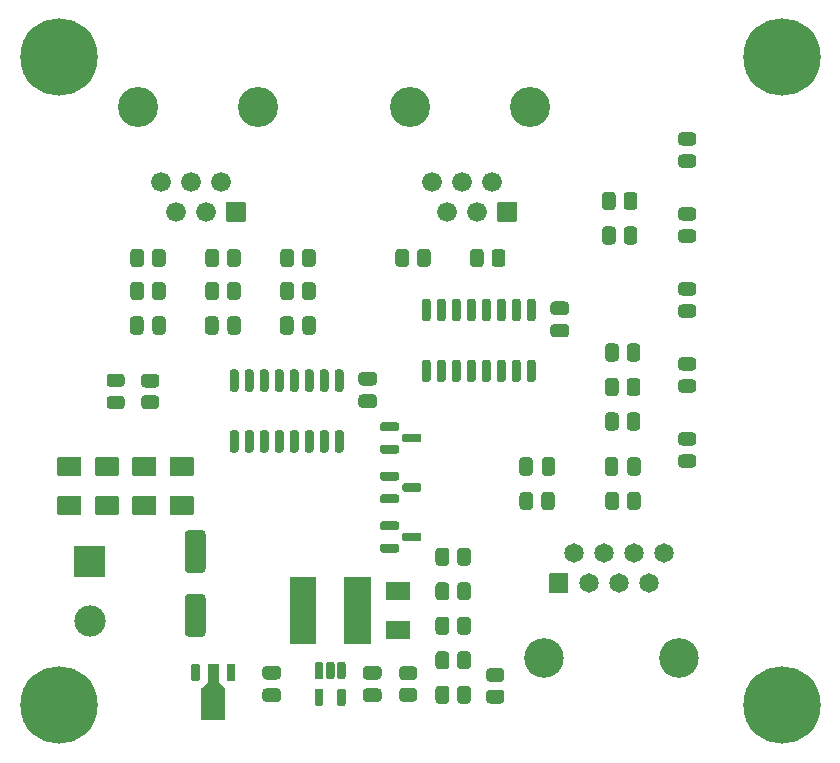
<source format=gts>
G04 #@! TF.GenerationSoftware,KiCad,Pcbnew,6.0.2+dfsg-1*
G04 #@! TF.CreationDate,2024-06-30T21:39:07-06:00*
G04 #@! TF.ProjectId,mss-atlasadapter,6d73732d-6174-46c6-9173-616461707465,rev?*
G04 #@! TF.SameCoordinates,Original*
G04 #@! TF.FileFunction,Soldermask,Top*
G04 #@! TF.FilePolarity,Negative*
%FSLAX46Y46*%
G04 Gerber Fmt 4.6, Leading zero omitted, Abs format (unit mm)*
G04 Created by KiCad (PCBNEW 6.0.2+dfsg-1) date 2024-06-30 21:39:07*
%MOMM*%
%LPD*%
G01*
G04 APERTURE LIST*
%ADD10C,2.652400*%
%ADD11C,6.552400*%
%ADD12C,3.402400*%
%ADD13C,1.672400*%
%ADD14C,3.352400*%
%ADD15C,1.652400*%
G04 APERTURE END LIST*
G36*
G01*
X55405000Y-159255800D02*
X56355000Y-159255800D01*
G75*
G02*
X56681200Y-159582000I0J-326200D01*
G01*
X56681200Y-160082000D01*
G75*
G02*
X56355000Y-160408200I-326200J0D01*
G01*
X55405000Y-160408200D01*
G75*
G02*
X55078800Y-160082000I0J326200D01*
G01*
X55078800Y-159582000D01*
G75*
G02*
X55405000Y-159255800I326200J0D01*
G01*
G37*
G36*
G01*
X55405000Y-161155800D02*
X56355000Y-161155800D01*
G75*
G02*
X56681200Y-161482000I0J-326200D01*
G01*
X56681200Y-161982000D01*
G75*
G02*
X56355000Y-162308200I-326200J0D01*
G01*
X55405000Y-162308200D01*
G75*
G02*
X55078800Y-161982000I0J326200D01*
G01*
X55078800Y-161482000D01*
G75*
G02*
X55405000Y-161155800I326200J0D01*
G01*
G37*
G36*
G01*
X75714800Y-148151000D02*
X75714800Y-147251000D01*
G75*
G02*
X76041000Y-146924800I326200J0D01*
G01*
X76566000Y-146924800D01*
G75*
G02*
X76892200Y-147251000I0J-326200D01*
G01*
X76892200Y-148151000D01*
G75*
G02*
X76566000Y-148477200I-326200J0D01*
G01*
X76041000Y-148477200D01*
G75*
G02*
X75714800Y-148151000I0J326200D01*
G01*
G37*
G36*
G01*
X77539800Y-148151000D02*
X77539800Y-147251000D01*
G75*
G02*
X77866000Y-146924800I326200J0D01*
G01*
X78391000Y-146924800D01*
G75*
G02*
X78717200Y-147251000I0J-326200D01*
G01*
X78717200Y-148151000D01*
G75*
G02*
X78391000Y-148477200I-326200J0D01*
G01*
X77866000Y-148477200D01*
G75*
G02*
X77539800Y-148151000I0J326200D01*
G01*
G37*
G36*
G01*
X59759000Y-187175200D02*
X58859000Y-187175200D01*
G75*
G02*
X58532800Y-186849000I0J326200D01*
G01*
X58532800Y-186324000D01*
G75*
G02*
X58859000Y-185997800I326200J0D01*
G01*
X59759000Y-185997800D01*
G75*
G02*
X60085200Y-186324000I0J-326200D01*
G01*
X60085200Y-186849000D01*
G75*
G02*
X59759000Y-187175200I-326200J0D01*
G01*
G37*
G36*
G01*
X59759000Y-185350200D02*
X58859000Y-185350200D01*
G75*
G02*
X58532800Y-185024000I0J326200D01*
G01*
X58532800Y-184499000D01*
G75*
G02*
X58859000Y-184172800I326200J0D01*
G01*
X59759000Y-184172800D01*
G75*
G02*
X60085200Y-184499000I0J-326200D01*
G01*
X60085200Y-185024000D01*
G75*
G02*
X59759000Y-185350200I-326200J0D01*
G01*
G37*
G36*
G01*
X75714800Y-145230000D02*
X75714800Y-144330000D01*
G75*
G02*
X76041000Y-144003800I326200J0D01*
G01*
X76566000Y-144003800D01*
G75*
G02*
X76892200Y-144330000I0J-326200D01*
G01*
X76892200Y-145230000D01*
G75*
G02*
X76566000Y-145556200I-326200J0D01*
G01*
X76041000Y-145556200D01*
G75*
G02*
X75714800Y-145230000I0J326200D01*
G01*
G37*
G36*
G01*
X77539800Y-145230000D02*
X77539800Y-144330000D01*
G75*
G02*
X77866000Y-144003800I326200J0D01*
G01*
X78391000Y-144003800D01*
G75*
G02*
X78717200Y-144330000I0J-326200D01*
G01*
X78717200Y-145230000D01*
G75*
G02*
X78391000Y-145556200I-326200J0D01*
G01*
X77866000Y-145556200D01*
G75*
G02*
X77539800Y-145230000I0J326200D01*
G01*
G37*
G36*
G01*
X78994700Y-169730000D02*
X78994700Y-170630000D01*
G75*
G02*
X78668500Y-170956200I-326200J0D01*
G01*
X78143500Y-170956200D01*
G75*
G02*
X77817300Y-170630000I0J326200D01*
G01*
X77817300Y-169730000D01*
G75*
G02*
X78143500Y-169403800I326200J0D01*
G01*
X78668500Y-169403800D01*
G75*
G02*
X78994700Y-169730000I0J-326200D01*
G01*
G37*
G36*
G01*
X77169700Y-169730000D02*
X77169700Y-170630000D01*
G75*
G02*
X76843500Y-170956200I-326200J0D01*
G01*
X76318500Y-170956200D01*
G75*
G02*
X75992300Y-170630000I0J326200D01*
G01*
X75992300Y-169730000D01*
G75*
G02*
X76318500Y-169403800I326200J0D01*
G01*
X76843500Y-169403800D01*
G75*
G02*
X77169700Y-169730000I0J-326200D01*
G01*
G37*
G36*
G01*
X31089000Y-173973800D02*
X33589000Y-173973800D01*
G75*
G02*
X33665200Y-174050000I0J-76200D01*
G01*
X33665200Y-176550000D01*
G75*
G02*
X33589000Y-176626200I-76200J0D01*
G01*
X31089000Y-176626200D01*
G75*
G02*
X31012800Y-176550000I0J76200D01*
G01*
X31012800Y-174050000D01*
G75*
G02*
X31089000Y-173973800I76200J0D01*
G01*
G37*
D10*
X32339000Y-180300000D03*
G36*
G01*
X69573000Y-153064800D02*
X69873000Y-153064800D01*
G75*
G02*
X70099200Y-153291000I0J-226200D01*
G01*
X70099200Y-154741000D01*
G75*
G02*
X69873000Y-154967200I-226200J0D01*
G01*
X69573000Y-154967200D01*
G75*
G02*
X69346800Y-154741000I0J226200D01*
G01*
X69346800Y-153291000D01*
G75*
G02*
X69573000Y-153064800I226200J0D01*
G01*
G37*
G36*
G01*
X68303000Y-153064800D02*
X68603000Y-153064800D01*
G75*
G02*
X68829200Y-153291000I0J-226200D01*
G01*
X68829200Y-154741000D01*
G75*
G02*
X68603000Y-154967200I-226200J0D01*
G01*
X68303000Y-154967200D01*
G75*
G02*
X68076800Y-154741000I0J226200D01*
G01*
X68076800Y-153291000D01*
G75*
G02*
X68303000Y-153064800I226200J0D01*
G01*
G37*
G36*
G01*
X67033000Y-153064800D02*
X67333000Y-153064800D01*
G75*
G02*
X67559200Y-153291000I0J-226200D01*
G01*
X67559200Y-154741000D01*
G75*
G02*
X67333000Y-154967200I-226200J0D01*
G01*
X67033000Y-154967200D01*
G75*
G02*
X66806800Y-154741000I0J226200D01*
G01*
X66806800Y-153291000D01*
G75*
G02*
X67033000Y-153064800I226200J0D01*
G01*
G37*
G36*
G01*
X65763000Y-153064800D02*
X66063000Y-153064800D01*
G75*
G02*
X66289200Y-153291000I0J-226200D01*
G01*
X66289200Y-154741000D01*
G75*
G02*
X66063000Y-154967200I-226200J0D01*
G01*
X65763000Y-154967200D01*
G75*
G02*
X65536800Y-154741000I0J226200D01*
G01*
X65536800Y-153291000D01*
G75*
G02*
X65763000Y-153064800I226200J0D01*
G01*
G37*
G36*
G01*
X64493000Y-153064800D02*
X64793000Y-153064800D01*
G75*
G02*
X65019200Y-153291000I0J-226200D01*
G01*
X65019200Y-154741000D01*
G75*
G02*
X64793000Y-154967200I-226200J0D01*
G01*
X64493000Y-154967200D01*
G75*
G02*
X64266800Y-154741000I0J226200D01*
G01*
X64266800Y-153291000D01*
G75*
G02*
X64493000Y-153064800I226200J0D01*
G01*
G37*
G36*
G01*
X63223000Y-153064800D02*
X63523000Y-153064800D01*
G75*
G02*
X63749200Y-153291000I0J-226200D01*
G01*
X63749200Y-154741000D01*
G75*
G02*
X63523000Y-154967200I-226200J0D01*
G01*
X63223000Y-154967200D01*
G75*
G02*
X62996800Y-154741000I0J226200D01*
G01*
X62996800Y-153291000D01*
G75*
G02*
X63223000Y-153064800I226200J0D01*
G01*
G37*
G36*
G01*
X61953000Y-153064800D02*
X62253000Y-153064800D01*
G75*
G02*
X62479200Y-153291000I0J-226200D01*
G01*
X62479200Y-154741000D01*
G75*
G02*
X62253000Y-154967200I-226200J0D01*
G01*
X61953000Y-154967200D01*
G75*
G02*
X61726800Y-154741000I0J226200D01*
G01*
X61726800Y-153291000D01*
G75*
G02*
X61953000Y-153064800I226200J0D01*
G01*
G37*
G36*
G01*
X60683000Y-153064800D02*
X60983000Y-153064800D01*
G75*
G02*
X61209200Y-153291000I0J-226200D01*
G01*
X61209200Y-154741000D01*
G75*
G02*
X60983000Y-154967200I-226200J0D01*
G01*
X60683000Y-154967200D01*
G75*
G02*
X60456800Y-154741000I0J226200D01*
G01*
X60456800Y-153291000D01*
G75*
G02*
X60683000Y-153064800I226200J0D01*
G01*
G37*
G36*
G01*
X60683000Y-158214800D02*
X60983000Y-158214800D01*
G75*
G02*
X61209200Y-158441000I0J-226200D01*
G01*
X61209200Y-159891000D01*
G75*
G02*
X60983000Y-160117200I-226200J0D01*
G01*
X60683000Y-160117200D01*
G75*
G02*
X60456800Y-159891000I0J226200D01*
G01*
X60456800Y-158441000D01*
G75*
G02*
X60683000Y-158214800I226200J0D01*
G01*
G37*
G36*
G01*
X61953000Y-158214800D02*
X62253000Y-158214800D01*
G75*
G02*
X62479200Y-158441000I0J-226200D01*
G01*
X62479200Y-159891000D01*
G75*
G02*
X62253000Y-160117200I-226200J0D01*
G01*
X61953000Y-160117200D01*
G75*
G02*
X61726800Y-159891000I0J226200D01*
G01*
X61726800Y-158441000D01*
G75*
G02*
X61953000Y-158214800I226200J0D01*
G01*
G37*
G36*
G01*
X63223000Y-158214800D02*
X63523000Y-158214800D01*
G75*
G02*
X63749200Y-158441000I0J-226200D01*
G01*
X63749200Y-159891000D01*
G75*
G02*
X63523000Y-160117200I-226200J0D01*
G01*
X63223000Y-160117200D01*
G75*
G02*
X62996800Y-159891000I0J226200D01*
G01*
X62996800Y-158441000D01*
G75*
G02*
X63223000Y-158214800I226200J0D01*
G01*
G37*
G36*
G01*
X64493000Y-158214800D02*
X64793000Y-158214800D01*
G75*
G02*
X65019200Y-158441000I0J-226200D01*
G01*
X65019200Y-159891000D01*
G75*
G02*
X64793000Y-160117200I-226200J0D01*
G01*
X64493000Y-160117200D01*
G75*
G02*
X64266800Y-159891000I0J226200D01*
G01*
X64266800Y-158441000D01*
G75*
G02*
X64493000Y-158214800I226200J0D01*
G01*
G37*
G36*
G01*
X65763000Y-158214800D02*
X66063000Y-158214800D01*
G75*
G02*
X66289200Y-158441000I0J-226200D01*
G01*
X66289200Y-159891000D01*
G75*
G02*
X66063000Y-160117200I-226200J0D01*
G01*
X65763000Y-160117200D01*
G75*
G02*
X65536800Y-159891000I0J226200D01*
G01*
X65536800Y-158441000D01*
G75*
G02*
X65763000Y-158214800I226200J0D01*
G01*
G37*
G36*
G01*
X67033000Y-158214800D02*
X67333000Y-158214800D01*
G75*
G02*
X67559200Y-158441000I0J-226200D01*
G01*
X67559200Y-159891000D01*
G75*
G02*
X67333000Y-160117200I-226200J0D01*
G01*
X67033000Y-160117200D01*
G75*
G02*
X66806800Y-159891000I0J226200D01*
G01*
X66806800Y-158441000D01*
G75*
G02*
X67033000Y-158214800I226200J0D01*
G01*
G37*
G36*
G01*
X68303000Y-158214800D02*
X68603000Y-158214800D01*
G75*
G02*
X68829200Y-158441000I0J-226200D01*
G01*
X68829200Y-159891000D01*
G75*
G02*
X68603000Y-160117200I-226200J0D01*
G01*
X68303000Y-160117200D01*
G75*
G02*
X68076800Y-159891000I0J226200D01*
G01*
X68076800Y-158441000D01*
G75*
G02*
X68303000Y-158214800I226200J0D01*
G01*
G37*
G36*
G01*
X69573000Y-158214800D02*
X69873000Y-158214800D01*
G75*
G02*
X70099200Y-158441000I0J-226200D01*
G01*
X70099200Y-159891000D01*
G75*
G02*
X69873000Y-160117200I-226200J0D01*
G01*
X69573000Y-160117200D01*
G75*
G02*
X69346800Y-159891000I0J226200D01*
G01*
X69346800Y-158441000D01*
G75*
G02*
X69573000Y-158214800I226200J0D01*
G01*
G37*
G36*
G01*
X75968800Y-158057000D02*
X75968800Y-157157000D01*
G75*
G02*
X76295000Y-156830800I326200J0D01*
G01*
X76820000Y-156830800D01*
G75*
G02*
X77146200Y-157157000I0J-326200D01*
G01*
X77146200Y-158057000D01*
G75*
G02*
X76820000Y-158383200I-326200J0D01*
G01*
X76295000Y-158383200D01*
G75*
G02*
X75968800Y-158057000I0J326200D01*
G01*
G37*
G36*
G01*
X77793800Y-158057000D02*
X77793800Y-157157000D01*
G75*
G02*
X78120000Y-156830800I326200J0D01*
G01*
X78645000Y-156830800D01*
G75*
G02*
X78971200Y-157157000I0J-326200D01*
G01*
X78971200Y-158057000D01*
G75*
G02*
X78645000Y-158383200I-326200J0D01*
G01*
X78120000Y-158383200D01*
G75*
G02*
X77793800Y-158057000I0J326200D01*
G01*
G37*
G36*
G01*
X71661000Y-153286800D02*
X72611000Y-153286800D01*
G75*
G02*
X72937200Y-153613000I0J-326200D01*
G01*
X72937200Y-154113000D01*
G75*
G02*
X72611000Y-154439200I-326200J0D01*
G01*
X71661000Y-154439200D01*
G75*
G02*
X71334800Y-154113000I0J326200D01*
G01*
X71334800Y-153613000D01*
G75*
G02*
X71661000Y-153286800I326200J0D01*
G01*
G37*
G36*
G01*
X71661000Y-155186800D02*
X72611000Y-155186800D01*
G75*
G02*
X72937200Y-155513000I0J-326200D01*
G01*
X72937200Y-156013000D01*
G75*
G02*
X72611000Y-156339200I-326200J0D01*
G01*
X71661000Y-156339200D01*
G75*
G02*
X71334800Y-156013000I0J326200D01*
G01*
X71334800Y-155513000D01*
G75*
G02*
X71661000Y-155186800I326200J0D01*
G01*
G37*
G36*
G01*
X61214700Y-149156000D02*
X61214700Y-150056000D01*
G75*
G02*
X60888500Y-150382200I-326200J0D01*
G01*
X60363500Y-150382200D01*
G75*
G02*
X60037300Y-150056000I0J326200D01*
G01*
X60037300Y-149156000D01*
G75*
G02*
X60363500Y-148829800I326200J0D01*
G01*
X60888500Y-148829800D01*
G75*
G02*
X61214700Y-149156000I0J-326200D01*
G01*
G37*
G36*
G01*
X59389700Y-149156000D02*
X59389700Y-150056000D01*
G75*
G02*
X59063500Y-150382200I-326200J0D01*
G01*
X58538500Y-150382200D01*
G75*
G02*
X58212300Y-150056000I0J326200D01*
G01*
X58212300Y-149156000D01*
G75*
G02*
X58538500Y-148829800I326200J0D01*
G01*
X59063500Y-148829800D01*
G75*
G02*
X59389700Y-149156000I0J-326200D01*
G01*
G37*
D11*
X90932000Y-187452000D03*
G36*
G01*
X45123200Y-149156000D02*
X45123200Y-150056000D01*
G75*
G02*
X44797000Y-150382200I-326200J0D01*
G01*
X44272000Y-150382200D01*
G75*
G02*
X43945800Y-150056000I0J326200D01*
G01*
X43945800Y-149156000D01*
G75*
G02*
X44272000Y-148829800I326200J0D01*
G01*
X44797000Y-148829800D01*
G75*
G02*
X45123200Y-149156000I0J-326200D01*
G01*
G37*
G36*
G01*
X43298200Y-149156000D02*
X43298200Y-150056000D01*
G75*
G02*
X42972000Y-150382200I-326200J0D01*
G01*
X42447000Y-150382200D01*
G75*
G02*
X42120800Y-150056000I0J326200D01*
G01*
X42120800Y-149156000D01*
G75*
G02*
X42447000Y-148829800I326200J0D01*
G01*
X42972000Y-148829800D01*
G75*
G02*
X43298200Y-149156000I0J-326200D01*
G01*
G37*
G36*
G01*
X39182000Y-166483800D02*
X41082000Y-166483800D01*
G75*
G02*
X41158200Y-166560000I0J-76200D01*
G01*
X41158200Y-167960000D01*
G75*
G02*
X41082000Y-168036200I-76200J0D01*
G01*
X39182000Y-168036200D01*
G75*
G02*
X39105800Y-167960000I0J76200D01*
G01*
X39105800Y-166560000D01*
G75*
G02*
X39182000Y-166483800I76200J0D01*
G01*
G37*
G36*
G01*
X39182000Y-169783800D02*
X41082000Y-169783800D01*
G75*
G02*
X41158200Y-169860000I0J-76200D01*
G01*
X41158200Y-171260000D01*
G75*
G02*
X41082000Y-171336200I-76200J0D01*
G01*
X39182000Y-171336200D01*
G75*
G02*
X39105800Y-171260000I0J76200D01*
G01*
X39105800Y-169860000D01*
G75*
G02*
X39182000Y-169783800I76200J0D01*
G01*
G37*
G36*
G01*
X59370000Y-181877200D02*
X57470000Y-181877200D01*
G75*
G02*
X57393800Y-181801000I0J76200D01*
G01*
X57393800Y-180401000D01*
G75*
G02*
X57470000Y-180324800I76200J0D01*
G01*
X59370000Y-180324800D01*
G75*
G02*
X59446200Y-180401000I0J-76200D01*
G01*
X59446200Y-181801000D01*
G75*
G02*
X59370000Y-181877200I-76200J0D01*
G01*
G37*
G36*
G01*
X59370000Y-178577200D02*
X57470000Y-178577200D01*
G75*
G02*
X57393800Y-178501000I0J76200D01*
G01*
X57393800Y-177101000D01*
G75*
G02*
X57470000Y-177024800I76200J0D01*
G01*
X59370000Y-177024800D01*
G75*
G02*
X59446200Y-177101000I0J-76200D01*
G01*
X59446200Y-178501000D01*
G75*
G02*
X59370000Y-178577200I-76200J0D01*
G01*
G37*
G36*
G01*
X49276000Y-182232300D02*
X49276000Y-176669700D01*
G75*
G02*
X49352200Y-176593500I76200J0D01*
G01*
X51460400Y-176593500D01*
G75*
G02*
X51536600Y-176669700I0J-76200D01*
G01*
X51536600Y-182232300D01*
G75*
G02*
X51460400Y-182308500I-76200J0D01*
G01*
X49352200Y-182308500D01*
G75*
G02*
X49276000Y-182232300I0J76200D01*
G01*
G37*
G36*
G01*
X53873400Y-182232300D02*
X53873400Y-176669700D01*
G75*
G02*
X53949600Y-176593500I76200J0D01*
G01*
X56057800Y-176593500D01*
G75*
G02*
X56134000Y-176669700I0J-76200D01*
G01*
X56134000Y-182232300D01*
G75*
G02*
X56057800Y-182308500I-76200J0D01*
G01*
X53949600Y-182308500D01*
G75*
G02*
X53873400Y-182232300I0J76200D01*
G01*
G37*
G36*
G01*
X56922800Y-168237000D02*
X56922800Y-167937000D01*
G75*
G02*
X57149000Y-167710800I226200J0D01*
G01*
X58324000Y-167710800D01*
G75*
G02*
X58550200Y-167937000I0J-226200D01*
G01*
X58550200Y-168237000D01*
G75*
G02*
X58324000Y-168463200I-226200J0D01*
G01*
X57149000Y-168463200D01*
G75*
G02*
X56922800Y-168237000I0J226200D01*
G01*
G37*
G36*
G01*
X56922800Y-170137000D02*
X56922800Y-169837000D01*
G75*
G02*
X57149000Y-169610800I226200J0D01*
G01*
X58324000Y-169610800D01*
G75*
G02*
X58550200Y-169837000I0J-226200D01*
G01*
X58550200Y-170137000D01*
G75*
G02*
X58324000Y-170363200I-226200J0D01*
G01*
X57149000Y-170363200D01*
G75*
G02*
X56922800Y-170137000I0J226200D01*
G01*
G37*
G36*
G01*
X58797800Y-169187000D02*
X58797800Y-168887000D01*
G75*
G02*
X59024000Y-168660800I226200J0D01*
G01*
X60199000Y-168660800D01*
G75*
G02*
X60425200Y-168887000I0J-226200D01*
G01*
X60425200Y-169187000D01*
G75*
G02*
X60199000Y-169413200I-226200J0D01*
G01*
X59024000Y-169413200D01*
G75*
G02*
X58797800Y-169187000I0J226200D01*
G01*
G37*
G36*
G01*
X38798200Y-154846000D02*
X38798200Y-155796000D01*
G75*
G02*
X38472000Y-156122200I-326200J0D01*
G01*
X37972000Y-156122200D01*
G75*
G02*
X37645800Y-155796000I0J326200D01*
G01*
X37645800Y-154846000D01*
G75*
G02*
X37972000Y-154519800I326200J0D01*
G01*
X38472000Y-154519800D01*
G75*
G02*
X38798200Y-154846000I0J-326200D01*
G01*
G37*
G36*
G01*
X36898200Y-154846000D02*
X36898200Y-155796000D01*
G75*
G02*
X36572000Y-156122200I-326200J0D01*
G01*
X36072000Y-156122200D01*
G75*
G02*
X35745800Y-155796000I0J326200D01*
G01*
X35745800Y-154846000D01*
G75*
G02*
X36072000Y-154519800I326200J0D01*
G01*
X36572000Y-154519800D01*
G75*
G02*
X36898200Y-154846000I0J-326200D01*
G01*
G37*
G36*
G01*
X67541200Y-149156000D02*
X67541200Y-150056000D01*
G75*
G02*
X67215000Y-150382200I-326200J0D01*
G01*
X66690000Y-150382200D01*
G75*
G02*
X66363800Y-150056000I0J326200D01*
G01*
X66363800Y-149156000D01*
G75*
G02*
X66690000Y-148829800I326200J0D01*
G01*
X67215000Y-148829800D01*
G75*
G02*
X67541200Y-149156000I0J-326200D01*
G01*
G37*
G36*
G01*
X65716200Y-149156000D02*
X65716200Y-150056000D01*
G75*
G02*
X65390000Y-150382200I-326200J0D01*
G01*
X64865000Y-150382200D01*
G75*
G02*
X64538800Y-150056000I0J326200D01*
G01*
X64538800Y-149156000D01*
G75*
G02*
X64865000Y-148829800I326200J0D01*
G01*
X65390000Y-148829800D01*
G75*
G02*
X65716200Y-149156000I0J-326200D01*
G01*
G37*
G36*
G01*
X64620200Y-177377000D02*
X64620200Y-178277000D01*
G75*
G02*
X64294000Y-178603200I-326200J0D01*
G01*
X63769000Y-178603200D01*
G75*
G02*
X63442800Y-178277000I0J326200D01*
G01*
X63442800Y-177377000D01*
G75*
G02*
X63769000Y-177050800I326200J0D01*
G01*
X64294000Y-177050800D01*
G75*
G02*
X64620200Y-177377000I0J-326200D01*
G01*
G37*
G36*
G01*
X62795200Y-177377000D02*
X62795200Y-178277000D01*
G75*
G02*
X62469000Y-178603200I-326200J0D01*
G01*
X61944000Y-178603200D01*
G75*
G02*
X61617800Y-178277000I0J326200D01*
G01*
X61617800Y-177377000D01*
G75*
G02*
X61944000Y-177050800I326200J0D01*
G01*
X62469000Y-177050800D01*
G75*
G02*
X62795200Y-177377000I0J-326200D01*
G01*
G37*
G36*
G01*
X56922800Y-172428000D02*
X56922800Y-172128000D01*
G75*
G02*
X57149000Y-171901800I226200J0D01*
G01*
X58324000Y-171901800D01*
G75*
G02*
X58550200Y-172128000I0J-226200D01*
G01*
X58550200Y-172428000D01*
G75*
G02*
X58324000Y-172654200I-226200J0D01*
G01*
X57149000Y-172654200D01*
G75*
G02*
X56922800Y-172428000I0J226200D01*
G01*
G37*
G36*
G01*
X56922800Y-174328000D02*
X56922800Y-174028000D01*
G75*
G02*
X57149000Y-173801800I226200J0D01*
G01*
X58324000Y-173801800D01*
G75*
G02*
X58550200Y-174028000I0J-226200D01*
G01*
X58550200Y-174328000D01*
G75*
G02*
X58324000Y-174554200I-226200J0D01*
G01*
X57149000Y-174554200D01*
G75*
G02*
X56922800Y-174328000I0J226200D01*
G01*
G37*
G36*
G01*
X58797800Y-173378000D02*
X58797800Y-173078000D01*
G75*
G02*
X59024000Y-172851800I226200J0D01*
G01*
X60199000Y-172851800D01*
G75*
G02*
X60425200Y-173078000I0J-226200D01*
G01*
X60425200Y-173378000D01*
G75*
G02*
X60199000Y-173604200I-226200J0D01*
G01*
X59024000Y-173604200D01*
G75*
G02*
X58797800Y-173378000I0J226200D01*
G01*
G37*
D12*
X46609000Y-136802000D03*
X36449000Y-136802000D03*
G36*
G01*
X45535200Y-144932000D02*
X45535200Y-146452000D01*
G75*
G02*
X45459000Y-146528200I-76200J0D01*
G01*
X43939000Y-146528200D01*
G75*
G02*
X43862800Y-146452000I0J76200D01*
G01*
X43862800Y-144932000D01*
G75*
G02*
X43939000Y-144855800I76200J0D01*
G01*
X45459000Y-144855800D01*
G75*
G02*
X45535200Y-144932000I0J-76200D01*
G01*
G37*
D13*
X43429000Y-143152000D03*
X42159000Y-145692000D03*
X40889000Y-143152000D03*
X39619000Y-145692000D03*
X38349000Y-143152000D03*
D11*
X90932000Y-132588000D03*
G36*
G01*
X53505000Y-183797800D02*
X53805000Y-183797800D01*
G75*
G02*
X54031200Y-184024000I0J-226200D01*
G01*
X54031200Y-185049000D01*
G75*
G02*
X53805000Y-185275200I-226200J0D01*
G01*
X53505000Y-185275200D01*
G75*
G02*
X53278800Y-185049000I0J226200D01*
G01*
X53278800Y-184024000D01*
G75*
G02*
X53505000Y-183797800I226200J0D01*
G01*
G37*
G36*
G01*
X52555000Y-183797800D02*
X52855000Y-183797800D01*
G75*
G02*
X53081200Y-184024000I0J-226200D01*
G01*
X53081200Y-185049000D01*
G75*
G02*
X52855000Y-185275200I-226200J0D01*
G01*
X52555000Y-185275200D01*
G75*
G02*
X52328800Y-185049000I0J226200D01*
G01*
X52328800Y-184024000D01*
G75*
G02*
X52555000Y-183797800I226200J0D01*
G01*
G37*
G36*
G01*
X51605000Y-183797800D02*
X51905000Y-183797800D01*
G75*
G02*
X52131200Y-184024000I0J-226200D01*
G01*
X52131200Y-185049000D01*
G75*
G02*
X51905000Y-185275200I-226200J0D01*
G01*
X51605000Y-185275200D01*
G75*
G02*
X51378800Y-185049000I0J226200D01*
G01*
X51378800Y-184024000D01*
G75*
G02*
X51605000Y-183797800I226200J0D01*
G01*
G37*
G36*
G01*
X51605000Y-186072800D02*
X51905000Y-186072800D01*
G75*
G02*
X52131200Y-186299000I0J-226200D01*
G01*
X52131200Y-187324000D01*
G75*
G02*
X51905000Y-187550200I-226200J0D01*
G01*
X51605000Y-187550200D01*
G75*
G02*
X51378800Y-187324000I0J226200D01*
G01*
X51378800Y-186299000D01*
G75*
G02*
X51605000Y-186072800I226200J0D01*
G01*
G37*
G36*
G01*
X53505000Y-186072800D02*
X53805000Y-186072800D01*
G75*
G02*
X54031200Y-186299000I0J-226200D01*
G01*
X54031200Y-187324000D01*
G75*
G02*
X53805000Y-187550200I-226200J0D01*
G01*
X53505000Y-187550200D01*
G75*
G02*
X53278800Y-187324000I0J226200D01*
G01*
X53278800Y-186299000D01*
G75*
G02*
X53505000Y-186072800I226200J0D01*
G01*
G37*
G36*
G01*
X82474750Y-151660800D02*
X83387250Y-151660800D01*
G75*
G02*
X83707200Y-151980750I0J-319950D01*
G01*
X83707200Y-152468250D01*
G75*
G02*
X83387250Y-152788200I-319950J0D01*
G01*
X82474750Y-152788200D01*
G75*
G02*
X82154800Y-152468250I0J319950D01*
G01*
X82154800Y-151980750D01*
G75*
G02*
X82474750Y-151660800I319950J0D01*
G01*
G37*
G36*
G01*
X82474750Y-153535800D02*
X83387250Y-153535800D01*
G75*
G02*
X83707200Y-153855750I0J-319950D01*
G01*
X83707200Y-154343250D01*
G75*
G02*
X83387250Y-154663200I-319950J0D01*
G01*
X82474750Y-154663200D01*
G75*
G02*
X82154800Y-154343250I0J319950D01*
G01*
X82154800Y-153855750D01*
G75*
G02*
X82474750Y-153535800I319950J0D01*
G01*
G37*
G36*
G01*
X55786000Y-184147800D02*
X56736000Y-184147800D01*
G75*
G02*
X57062200Y-184474000I0J-326200D01*
G01*
X57062200Y-184974000D01*
G75*
G02*
X56736000Y-185300200I-326200J0D01*
G01*
X55786000Y-185300200D01*
G75*
G02*
X55459800Y-184974000I0J326200D01*
G01*
X55459800Y-184474000D01*
G75*
G02*
X55786000Y-184147800I326200J0D01*
G01*
G37*
G36*
G01*
X55786000Y-186047800D02*
X56736000Y-186047800D01*
G75*
G02*
X57062200Y-186374000I0J-326200D01*
G01*
X57062200Y-186874000D01*
G75*
G02*
X56736000Y-187200200I-326200J0D01*
G01*
X55786000Y-187200200D01*
G75*
G02*
X55459800Y-186874000I0J326200D01*
G01*
X55459800Y-186374000D01*
G75*
G02*
X55786000Y-186047800I326200J0D01*
G01*
G37*
D14*
X70774500Y-183495000D03*
X82204500Y-183495000D03*
G36*
G01*
X71218300Y-177895000D02*
X71218300Y-176395000D01*
G75*
G02*
X71294500Y-176318800I76200J0D01*
G01*
X72794500Y-176318800D01*
G75*
G02*
X72870700Y-176395000I0J-76200D01*
G01*
X72870700Y-177895000D01*
G75*
G02*
X72794500Y-177971200I-76200J0D01*
G01*
X71294500Y-177971200D01*
G75*
G02*
X71218300Y-177895000I0J76200D01*
G01*
G37*
D15*
X73314500Y-174605000D03*
X74584500Y-177145000D03*
X75854500Y-174605000D03*
X77124500Y-177145000D03*
X78394500Y-174605000D03*
X79664500Y-177145000D03*
X80934500Y-174605000D03*
G36*
G01*
X35770800Y-152850000D02*
X35770800Y-151950000D01*
G75*
G02*
X36097000Y-151623800I326200J0D01*
G01*
X36622000Y-151623800D01*
G75*
G02*
X36948200Y-151950000I0J-326200D01*
G01*
X36948200Y-152850000D01*
G75*
G02*
X36622000Y-153176200I-326200J0D01*
G01*
X36097000Y-153176200D01*
G75*
G02*
X35770800Y-152850000I0J326200D01*
G01*
G37*
G36*
G01*
X37595800Y-152850000D02*
X37595800Y-151950000D01*
G75*
G02*
X37922000Y-151623800I326200J0D01*
G01*
X38447000Y-151623800D01*
G75*
G02*
X38773200Y-151950000I0J-326200D01*
G01*
X38773200Y-152850000D01*
G75*
G02*
X38447000Y-153176200I-326200J0D01*
G01*
X37922000Y-153176200D01*
G75*
G02*
X37595800Y-152850000I0J326200D01*
G01*
G37*
G36*
G01*
X56922800Y-164046000D02*
X56922800Y-163746000D01*
G75*
G02*
X57149000Y-163519800I226200J0D01*
G01*
X58324000Y-163519800D01*
G75*
G02*
X58550200Y-163746000I0J-226200D01*
G01*
X58550200Y-164046000D01*
G75*
G02*
X58324000Y-164272200I-226200J0D01*
G01*
X57149000Y-164272200D01*
G75*
G02*
X56922800Y-164046000I0J226200D01*
G01*
G37*
G36*
G01*
X56922800Y-165946000D02*
X56922800Y-165646000D01*
G75*
G02*
X57149000Y-165419800I226200J0D01*
G01*
X58324000Y-165419800D01*
G75*
G02*
X58550200Y-165646000I0J-226200D01*
G01*
X58550200Y-165946000D01*
G75*
G02*
X58324000Y-166172200I-226200J0D01*
G01*
X57149000Y-166172200D01*
G75*
G02*
X56922800Y-165946000I0J226200D01*
G01*
G37*
G36*
G01*
X58797800Y-164996000D02*
X58797800Y-164696000D01*
G75*
G02*
X59024000Y-164469800I226200J0D01*
G01*
X60199000Y-164469800D01*
G75*
G02*
X60425200Y-164696000I0J-226200D01*
G01*
X60425200Y-164996000D01*
G75*
G02*
X60199000Y-165222200I-226200J0D01*
G01*
X59024000Y-165222200D01*
G75*
G02*
X58797800Y-164996000I0J226200D01*
G01*
G37*
G36*
G01*
X75968800Y-163899000D02*
X75968800Y-162999000D01*
G75*
G02*
X76295000Y-162672800I326200J0D01*
G01*
X76820000Y-162672800D01*
G75*
G02*
X77146200Y-162999000I0J-326200D01*
G01*
X77146200Y-163899000D01*
G75*
G02*
X76820000Y-164225200I-326200J0D01*
G01*
X76295000Y-164225200D01*
G75*
G02*
X75968800Y-163899000I0J326200D01*
G01*
G37*
G36*
G01*
X77793800Y-163899000D02*
X77793800Y-162999000D01*
G75*
G02*
X78120000Y-162672800I326200J0D01*
G01*
X78645000Y-162672800D01*
G75*
G02*
X78971200Y-162999000I0J-326200D01*
G01*
X78971200Y-163899000D01*
G75*
G02*
X78645000Y-164225200I-326200J0D01*
G01*
X78120000Y-164225200D01*
G75*
G02*
X77793800Y-163899000I0J326200D01*
G01*
G37*
G36*
G01*
X68704800Y-167734000D02*
X68704800Y-166784000D01*
G75*
G02*
X69031000Y-166457800I326200J0D01*
G01*
X69531000Y-166457800D01*
G75*
G02*
X69857200Y-166784000I0J-326200D01*
G01*
X69857200Y-167734000D01*
G75*
G02*
X69531000Y-168060200I-326200J0D01*
G01*
X69031000Y-168060200D01*
G75*
G02*
X68704800Y-167734000I0J326200D01*
G01*
G37*
G36*
G01*
X70604800Y-167734000D02*
X70604800Y-166784000D01*
G75*
G02*
X70931000Y-166457800I326200J0D01*
G01*
X71431000Y-166457800D01*
G75*
G02*
X71757200Y-166784000I0J-326200D01*
G01*
X71757200Y-167734000D01*
G75*
G02*
X71431000Y-168060200I-326200J0D01*
G01*
X70931000Y-168060200D01*
G75*
G02*
X70604800Y-167734000I0J326200D01*
G01*
G37*
G36*
G01*
X44024000Y-183971300D02*
X44574000Y-183971300D01*
G75*
G02*
X44650200Y-184047500I0J-76200D01*
G01*
X44650200Y-185347500D01*
G75*
G02*
X44574000Y-185423700I-76200J0D01*
G01*
X44024000Y-185423700D01*
G75*
G02*
X43947800Y-185347500I0J76200D01*
G01*
X43947800Y-184047500D01*
G75*
G02*
X44024000Y-183971300I76200J0D01*
G01*
G37*
G36*
X43782373Y-188696480D02*
G01*
X43737232Y-188722542D01*
X43724000Y-188723700D01*
X41874000Y-188723700D01*
X41825020Y-188705873D01*
X41798958Y-188660732D01*
X41797800Y-188647500D01*
X41797800Y-186047500D01*
X41815627Y-185998520D01*
X41820118Y-185993618D01*
X42322800Y-185490936D01*
X42322800Y-184047500D01*
X42340627Y-183998520D01*
X42385768Y-183972458D01*
X42399000Y-183971300D01*
X43199000Y-183971300D01*
X43247980Y-183989127D01*
X43274042Y-184034268D01*
X43275200Y-184047500D01*
X43275200Y-185490936D01*
X43777882Y-185993618D01*
X43799910Y-186040859D01*
X43800200Y-186047500D01*
X43800200Y-188647500D01*
X43782373Y-188696480D01*
G37*
G36*
G01*
X41024000Y-183971300D02*
X41574000Y-183971300D01*
G75*
G02*
X41650200Y-184047500I0J-76200D01*
G01*
X41650200Y-185347500D01*
G75*
G02*
X41574000Y-185423700I-76200J0D01*
G01*
X41024000Y-185423700D01*
G75*
G02*
X40947800Y-185347500I0J76200D01*
G01*
X40947800Y-184047500D01*
G75*
G02*
X41024000Y-183971300I76200J0D01*
G01*
G37*
G36*
G01*
X82474750Y-164360800D02*
X83387250Y-164360800D01*
G75*
G02*
X83707200Y-164680750I0J-319950D01*
G01*
X83707200Y-165168250D01*
G75*
G02*
X83387250Y-165488200I-319950J0D01*
G01*
X82474750Y-165488200D01*
G75*
G02*
X82154800Y-165168250I0J319950D01*
G01*
X82154800Y-164680750D01*
G75*
G02*
X82474750Y-164360800I319950J0D01*
G01*
G37*
G36*
G01*
X82474750Y-166235800D02*
X83387250Y-166235800D01*
G75*
G02*
X83707200Y-166555750I0J-319950D01*
G01*
X83707200Y-167043250D01*
G75*
G02*
X83387250Y-167363200I-319950J0D01*
G01*
X82474750Y-167363200D01*
G75*
G02*
X82154800Y-167043250I0J319950D01*
G01*
X82154800Y-166555750D01*
G75*
G02*
X82474750Y-166235800I319950J0D01*
G01*
G37*
G36*
G01*
X47277000Y-184147800D02*
X48227000Y-184147800D01*
G75*
G02*
X48553200Y-184474000I0J-326200D01*
G01*
X48553200Y-184974000D01*
G75*
G02*
X48227000Y-185300200I-326200J0D01*
G01*
X47277000Y-185300200D01*
G75*
G02*
X46950800Y-184974000I0J326200D01*
G01*
X46950800Y-184474000D01*
G75*
G02*
X47277000Y-184147800I326200J0D01*
G01*
G37*
G36*
G01*
X47277000Y-186047800D02*
X48227000Y-186047800D01*
G75*
G02*
X48553200Y-186374000I0J-326200D01*
G01*
X48553200Y-186874000D01*
G75*
G02*
X48227000Y-187200200I-326200J0D01*
G01*
X47277000Y-187200200D01*
G75*
G02*
X46950800Y-186874000I0J326200D01*
G01*
X46950800Y-186374000D01*
G75*
G02*
X47277000Y-186047800I326200J0D01*
G01*
G37*
G36*
G01*
X41825000Y-181691200D02*
X40725000Y-181691200D01*
G75*
G02*
X40398800Y-181365000I0J326200D01*
G01*
X40398800Y-178365000D01*
G75*
G02*
X40725000Y-178038800I326200J0D01*
G01*
X41825000Y-178038800D01*
G75*
G02*
X42151200Y-178365000I0J-326200D01*
G01*
X42151200Y-181365000D01*
G75*
G02*
X41825000Y-181691200I-326200J0D01*
G01*
G37*
G36*
G01*
X41825000Y-176291200D02*
X40725000Y-176291200D01*
G75*
G02*
X40398800Y-175965000I0J326200D01*
G01*
X40398800Y-172965000D01*
G75*
G02*
X40725000Y-172638800I326200J0D01*
G01*
X41825000Y-172638800D01*
G75*
G02*
X42151200Y-172965000I0J-326200D01*
G01*
X42151200Y-175965000D01*
G75*
G02*
X41825000Y-176291200I-326200J0D01*
G01*
G37*
G36*
G01*
X29657000Y-166483800D02*
X31557000Y-166483800D01*
G75*
G02*
X31633200Y-166560000I0J-76200D01*
G01*
X31633200Y-167960000D01*
G75*
G02*
X31557000Y-168036200I-76200J0D01*
G01*
X29657000Y-168036200D01*
G75*
G02*
X29580800Y-167960000I0J76200D01*
G01*
X29580800Y-166560000D01*
G75*
G02*
X29657000Y-166483800I76200J0D01*
G01*
G37*
G36*
G01*
X29657000Y-169783800D02*
X31557000Y-169783800D01*
G75*
G02*
X31633200Y-169860000I0J-76200D01*
G01*
X31633200Y-171260000D01*
G75*
G02*
X31557000Y-171336200I-76200J0D01*
G01*
X29657000Y-171336200D01*
G75*
G02*
X29580800Y-171260000I0J76200D01*
G01*
X29580800Y-169860000D01*
G75*
G02*
X29657000Y-169783800I76200J0D01*
G01*
G37*
D11*
X29718000Y-187452000D03*
G36*
G01*
X61617800Y-184119000D02*
X61617800Y-183219000D01*
G75*
G02*
X61944000Y-182892800I326200J0D01*
G01*
X62469000Y-182892800D01*
G75*
G02*
X62795200Y-183219000I0J-326200D01*
G01*
X62795200Y-184119000D01*
G75*
G02*
X62469000Y-184445200I-326200J0D01*
G01*
X61944000Y-184445200D01*
G75*
G02*
X61617800Y-184119000I0J326200D01*
G01*
G37*
G36*
G01*
X63442800Y-184119000D02*
X63442800Y-183219000D01*
G75*
G02*
X63769000Y-182892800I326200J0D01*
G01*
X64294000Y-182892800D01*
G75*
G02*
X64620200Y-183219000I0J-326200D01*
G01*
X64620200Y-184119000D01*
G75*
G02*
X64294000Y-184445200I-326200J0D01*
G01*
X63769000Y-184445200D01*
G75*
G02*
X63442800Y-184119000I0J326200D01*
G01*
G37*
G36*
G01*
X51473200Y-149156000D02*
X51473200Y-150056000D01*
G75*
G02*
X51147000Y-150382200I-326200J0D01*
G01*
X50622000Y-150382200D01*
G75*
G02*
X50295800Y-150056000I0J326200D01*
G01*
X50295800Y-149156000D01*
G75*
G02*
X50622000Y-148829800I326200J0D01*
G01*
X51147000Y-148829800D01*
G75*
G02*
X51473200Y-149156000I0J-326200D01*
G01*
G37*
G36*
G01*
X49648200Y-149156000D02*
X49648200Y-150056000D01*
G75*
G02*
X49322000Y-150382200I-326200J0D01*
G01*
X48797000Y-150382200D01*
G75*
G02*
X48470800Y-150056000I0J326200D01*
G01*
X48470800Y-149156000D01*
G75*
G02*
X48797000Y-148829800I326200J0D01*
G01*
X49322000Y-148829800D01*
G75*
G02*
X49648200Y-149156000I0J-326200D01*
G01*
G37*
G36*
G01*
X75943800Y-167734000D02*
X75943800Y-166784000D01*
G75*
G02*
X76270000Y-166457800I326200J0D01*
G01*
X76770000Y-166457800D01*
G75*
G02*
X77096200Y-166784000I0J-326200D01*
G01*
X77096200Y-167734000D01*
G75*
G02*
X76770000Y-168060200I-326200J0D01*
G01*
X76270000Y-168060200D01*
G75*
G02*
X75943800Y-167734000I0J326200D01*
G01*
G37*
G36*
G01*
X77843800Y-167734000D02*
X77843800Y-166784000D01*
G75*
G02*
X78170000Y-166457800I326200J0D01*
G01*
X78670000Y-166457800D01*
G75*
G02*
X78996200Y-166784000I0J-326200D01*
G01*
X78996200Y-167734000D01*
G75*
G02*
X78670000Y-168060200I-326200J0D01*
G01*
X78170000Y-168060200D01*
G75*
G02*
X77843800Y-167734000I0J326200D01*
G01*
G37*
G36*
G01*
X66225000Y-184326800D02*
X67125000Y-184326800D01*
G75*
G02*
X67451200Y-184653000I0J-326200D01*
G01*
X67451200Y-185178000D01*
G75*
G02*
X67125000Y-185504200I-326200J0D01*
G01*
X66225000Y-185504200D01*
G75*
G02*
X65898800Y-185178000I0J326200D01*
G01*
X65898800Y-184653000D01*
G75*
G02*
X66225000Y-184326800I326200J0D01*
G01*
G37*
G36*
G01*
X66225000Y-186151800D02*
X67125000Y-186151800D01*
G75*
G02*
X67451200Y-186478000I0J-326200D01*
G01*
X67451200Y-187003000D01*
G75*
G02*
X67125000Y-187329200I-326200J0D01*
G01*
X66225000Y-187329200D01*
G75*
G02*
X65898800Y-187003000I0J326200D01*
G01*
X65898800Y-186478000D01*
G75*
G02*
X66225000Y-186151800I326200J0D01*
G01*
G37*
X29718000Y-132588000D03*
G36*
G01*
X64620200Y-186140000D02*
X64620200Y-187040000D01*
G75*
G02*
X64294000Y-187366200I-326200J0D01*
G01*
X63769000Y-187366200D01*
G75*
G02*
X63442800Y-187040000I0J326200D01*
G01*
X63442800Y-186140000D01*
G75*
G02*
X63769000Y-185813800I326200J0D01*
G01*
X64294000Y-185813800D01*
G75*
G02*
X64620200Y-186140000I0J-326200D01*
G01*
G37*
G36*
G01*
X62795200Y-186140000D02*
X62795200Y-187040000D01*
G75*
G02*
X62469000Y-187366200I-326200J0D01*
G01*
X61944000Y-187366200D01*
G75*
G02*
X61617800Y-187040000I0J326200D01*
G01*
X61617800Y-186140000D01*
G75*
G02*
X61944000Y-185813800I326200J0D01*
G01*
X62469000Y-185813800D01*
G75*
G02*
X62795200Y-186140000I0J-326200D01*
G01*
G37*
G36*
G01*
X64620200Y-174456000D02*
X64620200Y-175356000D01*
G75*
G02*
X64294000Y-175682200I-326200J0D01*
G01*
X63769000Y-175682200D01*
G75*
G02*
X63442800Y-175356000I0J326200D01*
G01*
X63442800Y-174456000D01*
G75*
G02*
X63769000Y-174129800I326200J0D01*
G01*
X64294000Y-174129800D01*
G75*
G02*
X64620200Y-174456000I0J-326200D01*
G01*
G37*
G36*
G01*
X62795200Y-174456000D02*
X62795200Y-175356000D01*
G75*
G02*
X62469000Y-175682200I-326200J0D01*
G01*
X61944000Y-175682200D01*
G75*
G02*
X61617800Y-175356000I0J326200D01*
G01*
X61617800Y-174456000D01*
G75*
G02*
X61944000Y-174129800I326200J0D01*
G01*
X62469000Y-174129800D01*
G75*
G02*
X62795200Y-174456000I0J-326200D01*
G01*
G37*
G36*
G01*
X45123200Y-151950000D02*
X45123200Y-152850000D01*
G75*
G02*
X44797000Y-153176200I-326200J0D01*
G01*
X44272000Y-153176200D01*
G75*
G02*
X43945800Y-152850000I0J326200D01*
G01*
X43945800Y-151950000D01*
G75*
G02*
X44272000Y-151623800I326200J0D01*
G01*
X44797000Y-151623800D01*
G75*
G02*
X45123200Y-151950000I0J-326200D01*
G01*
G37*
G36*
G01*
X43298200Y-151950000D02*
X43298200Y-152850000D01*
G75*
G02*
X42972000Y-153176200I-326200J0D01*
G01*
X42447000Y-153176200D01*
G75*
G02*
X42120800Y-152850000I0J326200D01*
G01*
X42120800Y-151950000D01*
G75*
G02*
X42447000Y-151623800I326200J0D01*
G01*
X42972000Y-151623800D01*
G75*
G02*
X43298200Y-151950000I0J-326200D01*
G01*
G37*
G36*
G01*
X38773200Y-149156000D02*
X38773200Y-150056000D01*
G75*
G02*
X38447000Y-150382200I-326200J0D01*
G01*
X37922000Y-150382200D01*
G75*
G02*
X37595800Y-150056000I0J326200D01*
G01*
X37595800Y-149156000D01*
G75*
G02*
X37922000Y-148829800I326200J0D01*
G01*
X38447000Y-148829800D01*
G75*
G02*
X38773200Y-149156000I0J-326200D01*
G01*
G37*
G36*
G01*
X36948200Y-149156000D02*
X36948200Y-150056000D01*
G75*
G02*
X36622000Y-150382200I-326200J0D01*
G01*
X36097000Y-150382200D01*
G75*
G02*
X35770800Y-150056000I0J326200D01*
G01*
X35770800Y-149156000D01*
G75*
G02*
X36097000Y-148829800I326200J0D01*
G01*
X36622000Y-148829800D01*
G75*
G02*
X36948200Y-149156000I0J-326200D01*
G01*
G37*
G36*
G01*
X37015000Y-159407800D02*
X37915000Y-159407800D01*
G75*
G02*
X38241200Y-159734000I0J-326200D01*
G01*
X38241200Y-160259000D01*
G75*
G02*
X37915000Y-160585200I-326200J0D01*
G01*
X37015000Y-160585200D01*
G75*
G02*
X36688800Y-160259000I0J326200D01*
G01*
X36688800Y-159734000D01*
G75*
G02*
X37015000Y-159407800I326200J0D01*
G01*
G37*
G36*
G01*
X37015000Y-161232800D02*
X37915000Y-161232800D01*
G75*
G02*
X38241200Y-161559000I0J-326200D01*
G01*
X38241200Y-162084000D01*
G75*
G02*
X37915000Y-162410200I-326200J0D01*
G01*
X37015000Y-162410200D01*
G75*
G02*
X36688800Y-162084000I0J326200D01*
G01*
X36688800Y-161559000D01*
G75*
G02*
X37015000Y-161232800I326200J0D01*
G01*
G37*
D12*
X59436000Y-136802000D03*
X69596000Y-136802000D03*
G36*
G01*
X68522200Y-144932000D02*
X68522200Y-146452000D01*
G75*
G02*
X68446000Y-146528200I-76200J0D01*
G01*
X66926000Y-146528200D01*
G75*
G02*
X66849800Y-146452000I0J76200D01*
G01*
X66849800Y-144932000D01*
G75*
G02*
X66926000Y-144855800I76200J0D01*
G01*
X68446000Y-144855800D01*
G75*
G02*
X68522200Y-144932000I0J-76200D01*
G01*
G37*
D13*
X66416000Y-143152000D03*
X65146000Y-145692000D03*
X63876000Y-143152000D03*
X62606000Y-145692000D03*
X61336000Y-143152000D03*
G36*
G01*
X53317000Y-159033800D02*
X53617000Y-159033800D01*
G75*
G02*
X53843200Y-159260000I0J-226200D01*
G01*
X53843200Y-160710000D01*
G75*
G02*
X53617000Y-160936200I-226200J0D01*
G01*
X53317000Y-160936200D01*
G75*
G02*
X53090800Y-160710000I0J226200D01*
G01*
X53090800Y-159260000D01*
G75*
G02*
X53317000Y-159033800I226200J0D01*
G01*
G37*
G36*
G01*
X52047000Y-159033800D02*
X52347000Y-159033800D01*
G75*
G02*
X52573200Y-159260000I0J-226200D01*
G01*
X52573200Y-160710000D01*
G75*
G02*
X52347000Y-160936200I-226200J0D01*
G01*
X52047000Y-160936200D01*
G75*
G02*
X51820800Y-160710000I0J226200D01*
G01*
X51820800Y-159260000D01*
G75*
G02*
X52047000Y-159033800I226200J0D01*
G01*
G37*
G36*
G01*
X50777000Y-159033800D02*
X51077000Y-159033800D01*
G75*
G02*
X51303200Y-159260000I0J-226200D01*
G01*
X51303200Y-160710000D01*
G75*
G02*
X51077000Y-160936200I-226200J0D01*
G01*
X50777000Y-160936200D01*
G75*
G02*
X50550800Y-160710000I0J226200D01*
G01*
X50550800Y-159260000D01*
G75*
G02*
X50777000Y-159033800I226200J0D01*
G01*
G37*
G36*
G01*
X49507000Y-159033800D02*
X49807000Y-159033800D01*
G75*
G02*
X50033200Y-159260000I0J-226200D01*
G01*
X50033200Y-160710000D01*
G75*
G02*
X49807000Y-160936200I-226200J0D01*
G01*
X49507000Y-160936200D01*
G75*
G02*
X49280800Y-160710000I0J226200D01*
G01*
X49280800Y-159260000D01*
G75*
G02*
X49507000Y-159033800I226200J0D01*
G01*
G37*
G36*
G01*
X48237000Y-159033800D02*
X48537000Y-159033800D01*
G75*
G02*
X48763200Y-159260000I0J-226200D01*
G01*
X48763200Y-160710000D01*
G75*
G02*
X48537000Y-160936200I-226200J0D01*
G01*
X48237000Y-160936200D01*
G75*
G02*
X48010800Y-160710000I0J226200D01*
G01*
X48010800Y-159260000D01*
G75*
G02*
X48237000Y-159033800I226200J0D01*
G01*
G37*
G36*
G01*
X46967000Y-159033800D02*
X47267000Y-159033800D01*
G75*
G02*
X47493200Y-159260000I0J-226200D01*
G01*
X47493200Y-160710000D01*
G75*
G02*
X47267000Y-160936200I-226200J0D01*
G01*
X46967000Y-160936200D01*
G75*
G02*
X46740800Y-160710000I0J226200D01*
G01*
X46740800Y-159260000D01*
G75*
G02*
X46967000Y-159033800I226200J0D01*
G01*
G37*
G36*
G01*
X45697000Y-159033800D02*
X45997000Y-159033800D01*
G75*
G02*
X46223200Y-159260000I0J-226200D01*
G01*
X46223200Y-160710000D01*
G75*
G02*
X45997000Y-160936200I-226200J0D01*
G01*
X45697000Y-160936200D01*
G75*
G02*
X45470800Y-160710000I0J226200D01*
G01*
X45470800Y-159260000D01*
G75*
G02*
X45697000Y-159033800I226200J0D01*
G01*
G37*
G36*
G01*
X44427000Y-159033800D02*
X44727000Y-159033800D01*
G75*
G02*
X44953200Y-159260000I0J-226200D01*
G01*
X44953200Y-160710000D01*
G75*
G02*
X44727000Y-160936200I-226200J0D01*
G01*
X44427000Y-160936200D01*
G75*
G02*
X44200800Y-160710000I0J226200D01*
G01*
X44200800Y-159260000D01*
G75*
G02*
X44427000Y-159033800I226200J0D01*
G01*
G37*
G36*
G01*
X44427000Y-164183800D02*
X44727000Y-164183800D01*
G75*
G02*
X44953200Y-164410000I0J-226200D01*
G01*
X44953200Y-165860000D01*
G75*
G02*
X44727000Y-166086200I-226200J0D01*
G01*
X44427000Y-166086200D01*
G75*
G02*
X44200800Y-165860000I0J226200D01*
G01*
X44200800Y-164410000D01*
G75*
G02*
X44427000Y-164183800I226200J0D01*
G01*
G37*
G36*
G01*
X45697000Y-164183800D02*
X45997000Y-164183800D01*
G75*
G02*
X46223200Y-164410000I0J-226200D01*
G01*
X46223200Y-165860000D01*
G75*
G02*
X45997000Y-166086200I-226200J0D01*
G01*
X45697000Y-166086200D01*
G75*
G02*
X45470800Y-165860000I0J226200D01*
G01*
X45470800Y-164410000D01*
G75*
G02*
X45697000Y-164183800I226200J0D01*
G01*
G37*
G36*
G01*
X46967000Y-164183800D02*
X47267000Y-164183800D01*
G75*
G02*
X47493200Y-164410000I0J-226200D01*
G01*
X47493200Y-165860000D01*
G75*
G02*
X47267000Y-166086200I-226200J0D01*
G01*
X46967000Y-166086200D01*
G75*
G02*
X46740800Y-165860000I0J226200D01*
G01*
X46740800Y-164410000D01*
G75*
G02*
X46967000Y-164183800I226200J0D01*
G01*
G37*
G36*
G01*
X48237000Y-164183800D02*
X48537000Y-164183800D01*
G75*
G02*
X48763200Y-164410000I0J-226200D01*
G01*
X48763200Y-165860000D01*
G75*
G02*
X48537000Y-166086200I-226200J0D01*
G01*
X48237000Y-166086200D01*
G75*
G02*
X48010800Y-165860000I0J226200D01*
G01*
X48010800Y-164410000D01*
G75*
G02*
X48237000Y-164183800I226200J0D01*
G01*
G37*
G36*
G01*
X49507000Y-164183800D02*
X49807000Y-164183800D01*
G75*
G02*
X50033200Y-164410000I0J-226200D01*
G01*
X50033200Y-165860000D01*
G75*
G02*
X49807000Y-166086200I-226200J0D01*
G01*
X49507000Y-166086200D01*
G75*
G02*
X49280800Y-165860000I0J226200D01*
G01*
X49280800Y-164410000D01*
G75*
G02*
X49507000Y-164183800I226200J0D01*
G01*
G37*
G36*
G01*
X50777000Y-164183800D02*
X51077000Y-164183800D01*
G75*
G02*
X51303200Y-164410000I0J-226200D01*
G01*
X51303200Y-165860000D01*
G75*
G02*
X51077000Y-166086200I-226200J0D01*
G01*
X50777000Y-166086200D01*
G75*
G02*
X50550800Y-165860000I0J226200D01*
G01*
X50550800Y-164410000D01*
G75*
G02*
X50777000Y-164183800I226200J0D01*
G01*
G37*
G36*
G01*
X52047000Y-164183800D02*
X52347000Y-164183800D01*
G75*
G02*
X52573200Y-164410000I0J-226200D01*
G01*
X52573200Y-165860000D01*
G75*
G02*
X52347000Y-166086200I-226200J0D01*
G01*
X52047000Y-166086200D01*
G75*
G02*
X51820800Y-165860000I0J226200D01*
G01*
X51820800Y-164410000D01*
G75*
G02*
X52047000Y-164183800I226200J0D01*
G01*
G37*
G36*
G01*
X53317000Y-164183800D02*
X53617000Y-164183800D01*
G75*
G02*
X53843200Y-164410000I0J-226200D01*
G01*
X53843200Y-165860000D01*
G75*
G02*
X53617000Y-166086200I-226200J0D01*
G01*
X53317000Y-166086200D01*
G75*
G02*
X53090800Y-165860000I0J226200D01*
G01*
X53090800Y-164410000D01*
G75*
G02*
X53317000Y-164183800I226200J0D01*
G01*
G37*
G36*
G01*
X51498200Y-154846000D02*
X51498200Y-155796000D01*
G75*
G02*
X51172000Y-156122200I-326200J0D01*
G01*
X50672000Y-156122200D01*
G75*
G02*
X50345800Y-155796000I0J326200D01*
G01*
X50345800Y-154846000D01*
G75*
G02*
X50672000Y-154519800I326200J0D01*
G01*
X51172000Y-154519800D01*
G75*
G02*
X51498200Y-154846000I0J-326200D01*
G01*
G37*
G36*
G01*
X49598200Y-154846000D02*
X49598200Y-155796000D01*
G75*
G02*
X49272000Y-156122200I-326200J0D01*
G01*
X48772000Y-156122200D01*
G75*
G02*
X48445800Y-155796000I0J326200D01*
G01*
X48445800Y-154846000D01*
G75*
G02*
X48772000Y-154519800I326200J0D01*
G01*
X49272000Y-154519800D01*
G75*
G02*
X49598200Y-154846000I0J-326200D01*
G01*
G37*
G36*
G01*
X64620200Y-180298000D02*
X64620200Y-181198000D01*
G75*
G02*
X64294000Y-181524200I-326200J0D01*
G01*
X63769000Y-181524200D01*
G75*
G02*
X63442800Y-181198000I0J326200D01*
G01*
X63442800Y-180298000D01*
G75*
G02*
X63769000Y-179971800I326200J0D01*
G01*
X64294000Y-179971800D01*
G75*
G02*
X64620200Y-180298000I0J-326200D01*
G01*
G37*
G36*
G01*
X62795200Y-180298000D02*
X62795200Y-181198000D01*
G75*
G02*
X62469000Y-181524200I-326200J0D01*
G01*
X61944000Y-181524200D01*
G75*
G02*
X61617800Y-181198000I0J326200D01*
G01*
X61617800Y-180298000D01*
G75*
G02*
X61944000Y-179971800I326200J0D01*
G01*
X62469000Y-179971800D01*
G75*
G02*
X62795200Y-180298000I0J-326200D01*
G01*
G37*
G36*
G01*
X35000250Y-162410200D02*
X34087750Y-162410200D01*
G75*
G02*
X33767800Y-162090250I0J319950D01*
G01*
X33767800Y-161602750D01*
G75*
G02*
X34087750Y-161282800I319950J0D01*
G01*
X35000250Y-161282800D01*
G75*
G02*
X35320200Y-161602750I0J-319950D01*
G01*
X35320200Y-162090250D01*
G75*
G02*
X35000250Y-162410200I-319950J0D01*
G01*
G37*
G36*
G01*
X35000250Y-160535200D02*
X34087750Y-160535200D01*
G75*
G02*
X33767800Y-160215250I0J319950D01*
G01*
X33767800Y-159727750D01*
G75*
G02*
X34087750Y-159407800I319950J0D01*
G01*
X35000250Y-159407800D01*
G75*
G02*
X35320200Y-159727750I0J-319950D01*
G01*
X35320200Y-160215250D01*
G75*
G02*
X35000250Y-160535200I-319950J0D01*
G01*
G37*
G36*
G01*
X45148200Y-154846000D02*
X45148200Y-155796000D01*
G75*
G02*
X44822000Y-156122200I-326200J0D01*
G01*
X44322000Y-156122200D01*
G75*
G02*
X43995800Y-155796000I0J326200D01*
G01*
X43995800Y-154846000D01*
G75*
G02*
X44322000Y-154519800I326200J0D01*
G01*
X44822000Y-154519800D01*
G75*
G02*
X45148200Y-154846000I0J-326200D01*
G01*
G37*
G36*
G01*
X43248200Y-154846000D02*
X43248200Y-155796000D01*
G75*
G02*
X42922000Y-156122200I-326200J0D01*
G01*
X42422000Y-156122200D01*
G75*
G02*
X42095800Y-155796000I0J326200D01*
G01*
X42095800Y-154846000D01*
G75*
G02*
X42422000Y-154519800I326200J0D01*
G01*
X42922000Y-154519800D01*
G75*
G02*
X43248200Y-154846000I0J-326200D01*
G01*
G37*
G36*
G01*
X82474750Y-158010800D02*
X83387250Y-158010800D01*
G75*
G02*
X83707200Y-158330750I0J-319950D01*
G01*
X83707200Y-158818250D01*
G75*
G02*
X83387250Y-159138200I-319950J0D01*
G01*
X82474750Y-159138200D01*
G75*
G02*
X82154800Y-158818250I0J319950D01*
G01*
X82154800Y-158330750D01*
G75*
G02*
X82474750Y-158010800I319950J0D01*
G01*
G37*
G36*
G01*
X82474750Y-159885800D02*
X83387250Y-159885800D01*
G75*
G02*
X83707200Y-160205750I0J-319950D01*
G01*
X83707200Y-160693250D01*
G75*
G02*
X83387250Y-161013200I-319950J0D01*
G01*
X82474750Y-161013200D01*
G75*
G02*
X82154800Y-160693250I0J319950D01*
G01*
X82154800Y-160205750D01*
G75*
G02*
X82474750Y-159885800I319950J0D01*
G01*
G37*
G36*
G01*
X71732200Y-169730000D02*
X71732200Y-170630000D01*
G75*
G02*
X71406000Y-170956200I-326200J0D01*
G01*
X70881000Y-170956200D01*
G75*
G02*
X70554800Y-170630000I0J326200D01*
G01*
X70554800Y-169730000D01*
G75*
G02*
X70881000Y-169403800I326200J0D01*
G01*
X71406000Y-169403800D01*
G75*
G02*
X71732200Y-169730000I0J-326200D01*
G01*
G37*
G36*
G01*
X69907200Y-169730000D02*
X69907200Y-170630000D01*
G75*
G02*
X69581000Y-170956200I-326200J0D01*
G01*
X69056000Y-170956200D01*
G75*
G02*
X68729800Y-170630000I0J326200D01*
G01*
X68729800Y-169730000D01*
G75*
G02*
X69056000Y-169403800I326200J0D01*
G01*
X69581000Y-169403800D01*
G75*
G02*
X69907200Y-169730000I0J-326200D01*
G01*
G37*
G36*
G01*
X51473200Y-151950000D02*
X51473200Y-152850000D01*
G75*
G02*
X51147000Y-153176200I-326200J0D01*
G01*
X50622000Y-153176200D01*
G75*
G02*
X50295800Y-152850000I0J326200D01*
G01*
X50295800Y-151950000D01*
G75*
G02*
X50622000Y-151623800I326200J0D01*
G01*
X51147000Y-151623800D01*
G75*
G02*
X51473200Y-151950000I0J-326200D01*
G01*
G37*
G36*
G01*
X49648200Y-151950000D02*
X49648200Y-152850000D01*
G75*
G02*
X49322000Y-153176200I-326200J0D01*
G01*
X48797000Y-153176200D01*
G75*
G02*
X48470800Y-152850000I0J326200D01*
G01*
X48470800Y-151950000D01*
G75*
G02*
X48797000Y-151623800I326200J0D01*
G01*
X49322000Y-151623800D01*
G75*
G02*
X49648200Y-151950000I0J-326200D01*
G01*
G37*
G36*
G01*
X34757400Y-171336200D02*
X32857400Y-171336200D01*
G75*
G02*
X32781200Y-171260000I0J76200D01*
G01*
X32781200Y-169860000D01*
G75*
G02*
X32857400Y-169783800I76200J0D01*
G01*
X34757400Y-169783800D01*
G75*
G02*
X34833600Y-169860000I0J-76200D01*
G01*
X34833600Y-171260000D01*
G75*
G02*
X34757400Y-171336200I-76200J0D01*
G01*
G37*
G36*
G01*
X34757400Y-168036200D02*
X32857400Y-168036200D01*
G75*
G02*
X32781200Y-167960000I0J76200D01*
G01*
X32781200Y-166560000D01*
G75*
G02*
X32857400Y-166483800I76200J0D01*
G01*
X34757400Y-166483800D01*
G75*
G02*
X34833600Y-166560000I0J-76200D01*
G01*
X34833600Y-167960000D01*
G75*
G02*
X34757400Y-168036200I-76200J0D01*
G01*
G37*
G36*
G01*
X82474750Y-145310800D02*
X83387250Y-145310800D01*
G75*
G02*
X83707200Y-145630750I0J-319950D01*
G01*
X83707200Y-146118250D01*
G75*
G02*
X83387250Y-146438200I-319950J0D01*
G01*
X82474750Y-146438200D01*
G75*
G02*
X82154800Y-146118250I0J319950D01*
G01*
X82154800Y-145630750D01*
G75*
G02*
X82474750Y-145310800I319950J0D01*
G01*
G37*
G36*
G01*
X82474750Y-147185800D02*
X83387250Y-147185800D01*
G75*
G02*
X83707200Y-147505750I0J-319950D01*
G01*
X83707200Y-147993250D01*
G75*
G02*
X83387250Y-148313200I-319950J0D01*
G01*
X82474750Y-148313200D01*
G75*
G02*
X82154800Y-147993250I0J319950D01*
G01*
X82154800Y-147505750D01*
G75*
G02*
X82474750Y-147185800I319950J0D01*
G01*
G37*
G36*
G01*
X75968800Y-160978000D02*
X75968800Y-160078000D01*
G75*
G02*
X76295000Y-159751800I326200J0D01*
G01*
X76820000Y-159751800D01*
G75*
G02*
X77146200Y-160078000I0J-326200D01*
G01*
X77146200Y-160978000D01*
G75*
G02*
X76820000Y-161304200I-326200J0D01*
G01*
X76295000Y-161304200D01*
G75*
G02*
X75968800Y-160978000I0J326200D01*
G01*
G37*
G36*
G01*
X77793800Y-160978000D02*
X77793800Y-160078000D01*
G75*
G02*
X78120000Y-159751800I326200J0D01*
G01*
X78645000Y-159751800D01*
G75*
G02*
X78971200Y-160078000I0J-326200D01*
G01*
X78971200Y-160978000D01*
G75*
G02*
X78645000Y-161304200I-326200J0D01*
G01*
X78120000Y-161304200D01*
G75*
G02*
X77793800Y-160978000I0J326200D01*
G01*
G37*
G36*
G01*
X82474750Y-138960800D02*
X83387250Y-138960800D01*
G75*
G02*
X83707200Y-139280750I0J-319950D01*
G01*
X83707200Y-139768250D01*
G75*
G02*
X83387250Y-140088200I-319950J0D01*
G01*
X82474750Y-140088200D01*
G75*
G02*
X82154800Y-139768250I0J319950D01*
G01*
X82154800Y-139280750D01*
G75*
G02*
X82474750Y-138960800I319950J0D01*
G01*
G37*
G36*
G01*
X82474750Y-140835800D02*
X83387250Y-140835800D01*
G75*
G02*
X83707200Y-141155750I0J-319950D01*
G01*
X83707200Y-141643250D01*
G75*
G02*
X83387250Y-141963200I-319950J0D01*
G01*
X82474750Y-141963200D01*
G75*
G02*
X82154800Y-141643250I0J319950D01*
G01*
X82154800Y-141155750D01*
G75*
G02*
X82474750Y-140835800I319950J0D01*
G01*
G37*
G36*
G01*
X37907000Y-171336200D02*
X36007000Y-171336200D01*
G75*
G02*
X35930800Y-171260000I0J76200D01*
G01*
X35930800Y-169860000D01*
G75*
G02*
X36007000Y-169783800I76200J0D01*
G01*
X37907000Y-169783800D01*
G75*
G02*
X37983200Y-169860000I0J-76200D01*
G01*
X37983200Y-171260000D01*
G75*
G02*
X37907000Y-171336200I-76200J0D01*
G01*
G37*
G36*
G01*
X37907000Y-168036200D02*
X36007000Y-168036200D01*
G75*
G02*
X35930800Y-167960000I0J76200D01*
G01*
X35930800Y-166560000D01*
G75*
G02*
X36007000Y-166483800I76200J0D01*
G01*
X37907000Y-166483800D01*
G75*
G02*
X37983200Y-166560000I0J-76200D01*
G01*
X37983200Y-167960000D01*
G75*
G02*
X37907000Y-168036200I-76200J0D01*
G01*
G37*
M02*

</source>
